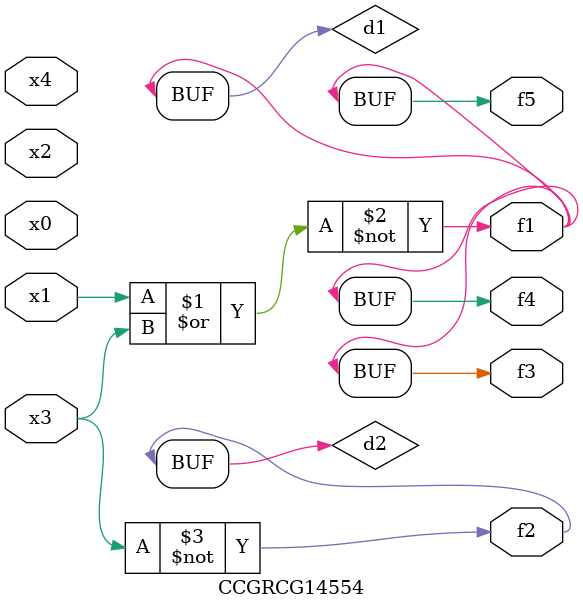
<source format=v>
module CCGRCG14554(
	input x0, x1, x2, x3, x4,
	output f1, f2, f3, f4, f5
);

	wire d1, d2;

	nor (d1, x1, x3);
	not (d2, x3);
	assign f1 = d1;
	assign f2 = d2;
	assign f3 = d1;
	assign f4 = d1;
	assign f5 = d1;
endmodule

</source>
